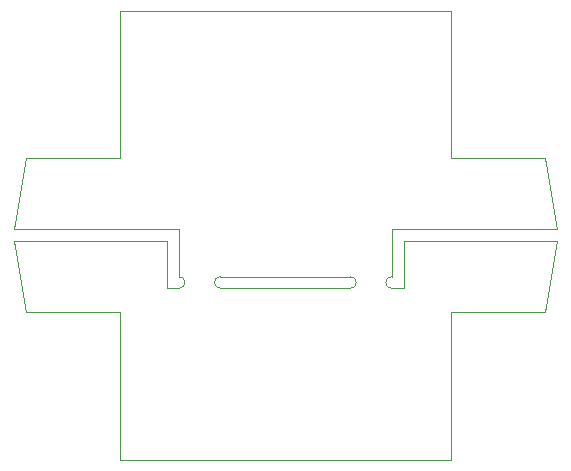
<source format=gm1>
G04 #@! TF.GenerationSoftware,KiCad,Pcbnew,(5.1.0)-1*
G04 #@! TF.CreationDate,2019-03-26T08:32:57+01:00*
G04 #@! TF.ProjectId,node,6e6f6465-2e6b-4696-9361-645f70636258,rev?*
G04 #@! TF.SameCoordinates,Original*
G04 #@! TF.FileFunction,Profile,NP*
%FSLAX46Y46*%
G04 Gerber Fmt 4.6, Leading zero omitted, Abs format (unit mm)*
G04 Created by KiCad (PCBNEW (5.1.0)-1) date 2019-03-26 08:32:57*
%MOMM*%
%LPD*%
G04 APERTURE LIST*
%ADD10C,0.025400*%
G04 APERTURE END LIST*
D10*
X161000000Y-76000000D02*
X161000000Y-63500000D01*
X161000000Y-101500000D02*
X161000000Y-89000000D01*
X133000000Y-101500000D02*
X161000000Y-101500000D01*
X161000000Y-63500000D02*
X133000000Y-63500000D01*
X138000000Y-85999999D02*
G75*
G02X138000000Y-86999999I0J-500000D01*
G01*
X169000000Y-76000000D02*
X161000000Y-76000000D01*
X133000000Y-89000000D02*
X133000000Y-101500000D01*
X125000000Y-89000000D02*
X133000000Y-89000000D01*
X124000000Y-83000000D02*
X125000000Y-89000000D01*
X137000000Y-83000000D02*
X124000000Y-83000000D01*
X137000000Y-87000000D02*
X137000000Y-83000000D01*
X138000000Y-87000000D02*
X137000000Y-87000000D01*
X125000000Y-76000000D02*
X124000000Y-82000000D01*
X133000000Y-63500000D02*
X133000000Y-76000000D01*
X124000000Y-82000000D02*
X138000000Y-82000000D01*
X156000000Y-86999999D02*
G75*
G02X156000000Y-85999999I0J500000D01*
G01*
X138000000Y-82000000D02*
X138000000Y-86000000D01*
X133000000Y-76000000D02*
X125000000Y-76000000D01*
X170000000Y-82000000D02*
X169000000Y-76000000D01*
X156000000Y-86000000D02*
X156000000Y-82000000D01*
X156000000Y-82000000D02*
X170000000Y-82000000D01*
X161000000Y-89000000D02*
X169000000Y-89000000D01*
X152500000Y-86999999D02*
X141500000Y-86999999D01*
X170000000Y-83000000D02*
X157000000Y-83000000D01*
X141500000Y-86999999D02*
G75*
G02X141500000Y-85999999I0J500000D01*
G01*
X169000000Y-89000000D02*
X170000000Y-83000000D01*
X157000000Y-83000000D02*
X157000000Y-87000000D01*
X152500000Y-85999999D02*
G75*
G02X152500000Y-86999999I0J-500000D01*
G01*
X157000000Y-87000000D02*
X156000000Y-87000000D01*
X141500000Y-85999999D02*
X152500000Y-86000000D01*
M02*

</source>
